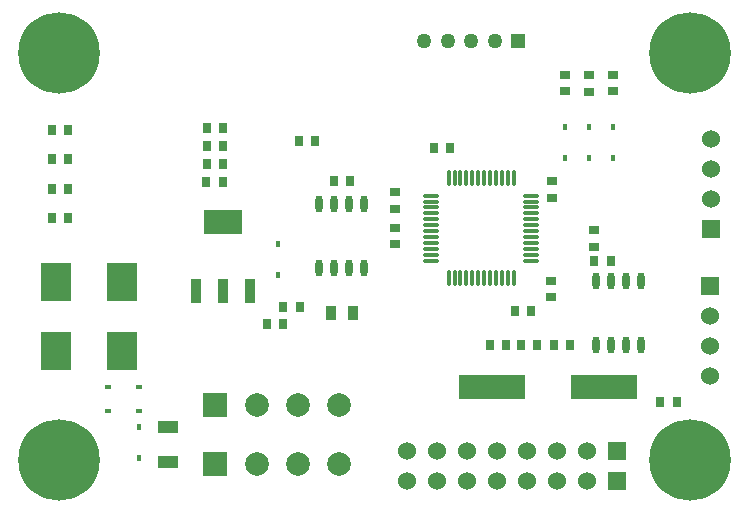
<source format=gbr>
%FSTAX23Y23*%
%MOIN*%
%SFA1B1*%

%IPPOS*%
%ADD10R,0.220000X0.083000*%
%ADD11R,0.027559X0.035433*%
%ADD12O,0.023622X0.057087*%
%ADD13R,0.037402X0.084646*%
%ADD14R,0.127953X0.084646*%
%ADD15O,0.011811X0.057087*%
%ADD16O,0.057087X0.011811*%
%ADD17R,0.035433X0.027559*%
%ADD18R,0.037402X0.051181*%
%ADD19R,0.066929X0.041339*%
%ADD20R,0.021654X0.017716*%
%ADD21R,0.017716X0.021654*%
%ADD22R,0.098425X0.125000*%
%ADD29C,0.060000*%
%ADD30R,0.060000X0.060000*%
%ADD31C,0.050000*%
%ADD32R,0.050000X0.050000*%
%ADD33C,0.078740*%
%ADD34R,0.078740X0.078740*%
%ADD35R,0.060000X0.060000*%
%ADD36C,0.271654*%
%LNpcb1_pads_top-1*%
%LPD*%
G54D10*
X01587Y00386D03*
X01961D03*
G54D11*
X02148Y00337D03*
X02203D03*
X00892Y00595D03*
X00837D03*
X00947Y00653D03*
X00892D03*
X00637Y01129D03*
X00692D03*
X00637Y01189D03*
X00692D03*
X00637Y0125D03*
X00692D03*
X01739Y00526D03*
X01684D03*
X00944Y01208D03*
X00999D03*
X00691Y01069D03*
X00636D03*
X0012Y01048D03*
X00175D03*
X0012Y01145D03*
X00175D03*
X0012Y01242D03*
X00175D03*
X0012Y00951D03*
X00175D03*
X01663Y00641D03*
X01718D03*
X01449Y01184D03*
X01394D03*
X01928Y00806D03*
X01983D03*
X01636Y00526D03*
X01581D03*
X01794D03*
X01849D03*
X01116Y01072D03*
X01061D03*
G54D12*
X01933Y00525D03*
X01983D03*
X02033D03*
X02083D03*
X01933Y00739D03*
X01983D03*
X02033D03*
X02083D03*
X01162Y00998D03*
X01112D03*
X01062D03*
X01012D03*
X01162Y00784D03*
X01112D03*
X01062D03*
X01012D03*
G54D13*
X00601Y00707D03*
X00691D03*
X00782D03*
G54D14*
X00691Y00935D03*
G54D15*
X01443Y01082D03*
X01463D03*
X01482D03*
X01502D03*
X01522D03*
X01541D03*
X01561D03*
X01581D03*
X016D03*
X0162D03*
X0164D03*
X0166D03*
Y00749D03*
X0164D03*
X0162D03*
X016D03*
X01581D03*
X01561D03*
X01541D03*
X01522D03*
X01502D03*
X01482D03*
X01463D03*
X01443D03*
G54D16*
X01718Y01024D03*
Y01004D03*
Y00985D03*
Y00965D03*
Y00945D03*
Y00926D03*
Y00906D03*
Y00886D03*
Y00867D03*
Y00847D03*
Y00827D03*
Y00808D03*
X01385D03*
Y00827D03*
Y00847D03*
Y00867D03*
Y00886D03*
Y00906D03*
Y00926D03*
Y00945D03*
Y00965D03*
Y00985D03*
Y01004D03*
Y01024D03*
G54D17*
X01783Y00686D03*
Y00741D03*
X01928Y00854D03*
Y00909D03*
X01991Y01373D03*
Y01428D03*
X01911Y01371D03*
Y01426D03*
X01831Y01373D03*
Y01428D03*
X01266Y00981D03*
Y01036D03*
X01787Y01017D03*
Y01072D03*
X01266Y00918D03*
Y00863D03*
G54D18*
X01123Y00633D03*
X0105D03*
G54D19*
X00508Y00137D03*
Y00253D03*
G54D20*
X00309Y00306D03*
X00412D03*
X00309Y00388D03*
X00412D03*
G54D21*
X01991Y0115D03*
Y01252D03*
X01911Y0115D03*
Y01252D03*
X01831Y0115D03*
Y01252D03*
X00411Y0015D03*
Y00252D03*
X00876Y0076D03*
Y00862D03*
G54D22*
X00134Y00736D03*
Y00506D03*
X00356Y00735D03*
Y00505D03*
G54D29*
X01504Y00073D03*
X01604D03*
X01704D03*
X01904D03*
X01804D03*
X01404D03*
X01304D03*
X01504Y00174D03*
X01604D03*
X01704D03*
X01904D03*
X01804D03*
X01404D03*
X01304D03*
X02316Y00522D03*
Y00622D03*
Y00422D03*
X02318Y01113D03*
Y01013D03*
Y01213D03*
G54D30*
X02004Y00073D03*
Y00174D03*
G54D31*
X01361Y01541D03*
X0144D03*
X01518D03*
X01597D03*
G54D32*
X01676Y01541D03*
G54D33*
X00941Y00131D03*
X00803D03*
Y00328D03*
X00941D03*
X01079D03*
Y00131D03*
G54D34*
X00665Y00131D03*
Y00328D03*
G54D35*
X02316Y00722D03*
X02318Y00913D03*
G54D36*
X00143Y00143D03*
Y015D03*
X02248Y00143D03*
Y015D03*
M02*
</source>
